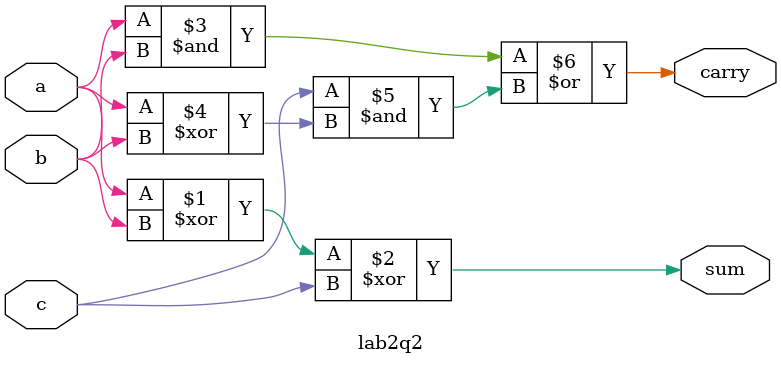
<source format=v>
`timescale 1ns / 1ps


module lab2q2 (
input a,
input b,
input c,
output sum,
output carry);

  assign sum = (a ^ b) ^ c;
  assign carry = (a & b) | (c & (a ^ b));
endmodule


</source>
